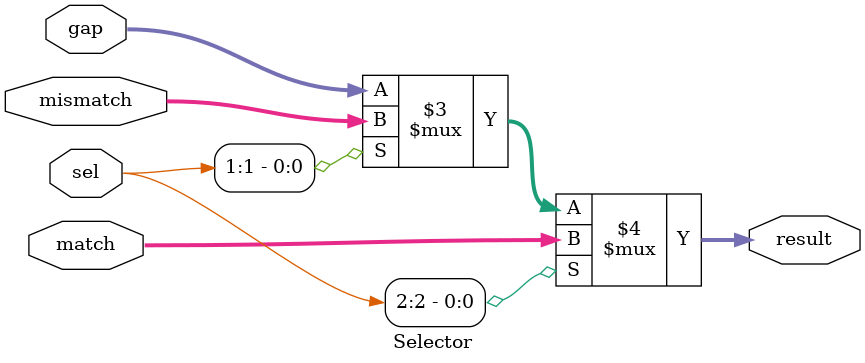
<source format=v>
`timescale 1ns / 1ps

module Selector(
        sel,        // comparator results, 3 bit input
        match,      // input feed through if 100
        mismatch,   // input feed through if 010
        gap,        // input feed through if 001
        result      // the selected score
    );
    
    input [2:0] sel;
    input [1:0] match;
    input [1:0] mismatch;
    input [1:0] gap;
    output [1:0] result;
    
    assign result = (sel[2] == 1) ? match : ((sel[1] == 1) ? mismatch : gap);
    
endmodule
</source>
